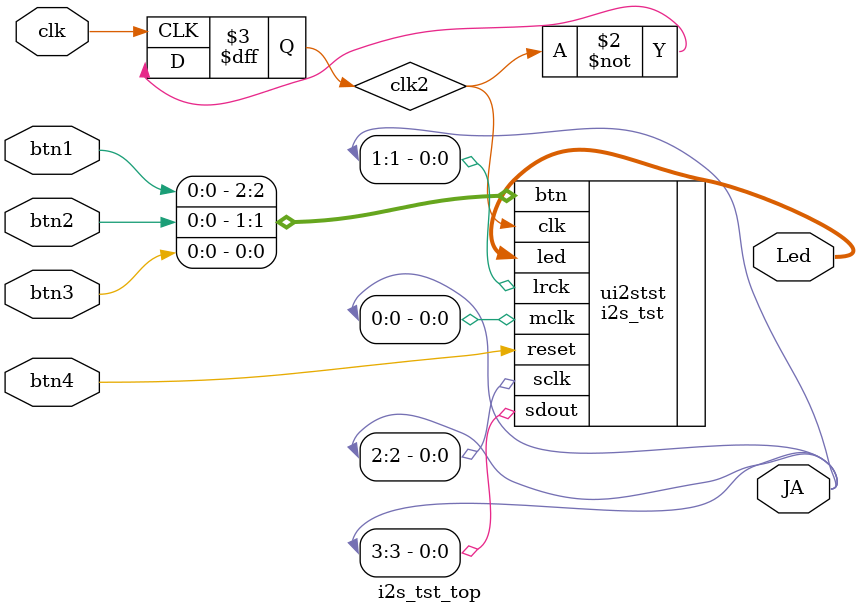
<source format=v>
`timescale 1ns / 1ps
module i2s_tst_top(clk, btn1,btn2,btn3,btn4, Led, JA);
	input clk;				            // 50MHz oscillator
	input	 btn1,btn2,btn3,btn4;		// Capsense pads
	output [3:0] Led; 	// LEDs
	output [3:0] JA;		// Digilent socket JA - I2S DAC


	
	// Clock divider
	reg clk2;
	always @(posedge clk)
		clk2 <= ~clk2;
	
	// Instance of I2S test module
	i2s_tst
		ui2stst(.clk(clk2), .reset(btn4),
			.btn({ btn1,btn2,btn3}),
			.led(Led),
			.mclk(JA[0]),
			.sclk(JA[2]),
			.lrck(JA[1]),
			.sdout(JA[3])
		);
endmodule

</source>
